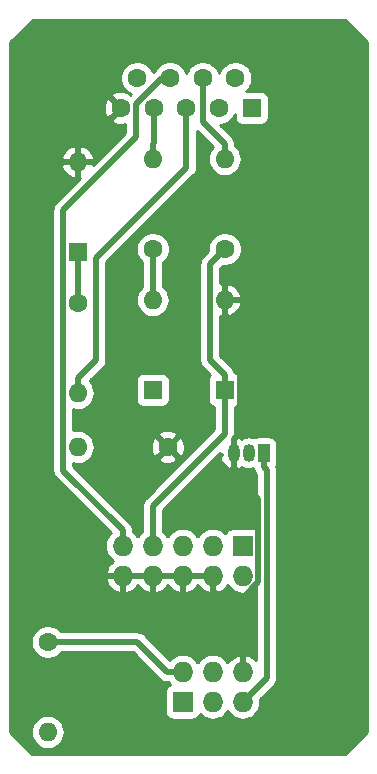
<source format=gbr>
G04 #@! TF.GenerationSoftware,KiCad,Pcbnew,5.1.2-1.fc30*
G04 #@! TF.CreationDate,2019-07-22T18:24:24+02:00*
G04 #@! TF.ProjectId,dasa-3,64617361-2d33-42e6-9b69-6361645f7063,0.5*
G04 #@! TF.SameCoordinates,Original*
G04 #@! TF.FileFunction,Copper,L1,Top*
G04 #@! TF.FilePolarity,Positive*
%FSLAX46Y46*%
G04 Gerber Fmt 4.6, Leading zero omitted, Abs format (unit mm)*
G04 Created by KiCad (PCBNEW 5.1.2-1.fc30) date 2019-07-22 18:24:24*
%MOMM*%
%LPD*%
G04 APERTURE LIST*
%ADD10C,1.600000*%
%ADD11R,1.600000X1.600000*%
%ADD12O,1.600000X1.600000*%
%ADD13R,1.727200X1.727200*%
%ADD14O,1.727200X1.727200*%
%ADD15O,1.050000X1.500000*%
%ADD16R,1.050000X1.500000*%
%ADD17C,0.500000*%
%ADD18C,0.254000*%
G04 APERTURE END LIST*
D10*
X127973000Y-53594000D03*
X130743000Y-53594000D03*
X133513000Y-53594000D03*
X136283000Y-53594000D03*
X126588000Y-56134000D03*
X129358000Y-56134000D03*
X132128000Y-56134000D03*
X134898000Y-56134000D03*
D11*
X137668000Y-56134000D03*
D12*
X122936000Y-60706000D03*
D11*
X122936000Y-68326000D03*
X135382000Y-80010000D03*
D12*
X135382000Y-72390000D03*
D11*
X129286000Y-80010000D03*
D12*
X129286000Y-72390000D03*
D13*
X136906000Y-93218000D03*
D14*
X136906000Y-95758000D03*
X134366000Y-93218000D03*
X134366000Y-95758000D03*
X131826000Y-93218000D03*
X131826000Y-95758000D03*
X129286000Y-93218000D03*
X129286000Y-95758000D03*
X126746000Y-93218000D03*
X126746000Y-95758000D03*
D13*
X131826000Y-106426000D03*
D14*
X131826000Y-103886000D03*
X134366000Y-106426000D03*
X134366000Y-103886000D03*
X136906000Y-106426000D03*
X136906000Y-103886000D03*
D15*
X137414000Y-85344000D03*
X136144000Y-85344000D03*
D16*
X138684000Y-85344000D03*
D10*
X122936000Y-72644000D03*
D12*
X122936000Y-80264000D03*
X135382000Y-60452000D03*
D10*
X135382000Y-68072000D03*
D12*
X129286000Y-60452000D03*
D10*
X129286000Y-68072000D03*
X130556000Y-84836000D03*
D12*
X122936000Y-84836000D03*
D10*
X120396000Y-101346000D03*
D12*
X120396000Y-108966000D03*
D17*
X135382000Y-72390000D02*
X135382000Y-73640300D01*
X136144000Y-85344000D02*
X136144000Y-84143700D01*
X136144000Y-84143700D02*
X136696800Y-83590900D01*
X136696800Y-83590900D02*
X136696800Y-74955100D01*
X136696800Y-74955100D02*
X135382000Y-73640300D01*
X135913800Y-98619700D02*
X138219900Y-96313600D01*
X138219900Y-96313600D02*
X138219900Y-89239600D01*
X138219900Y-89239600D02*
X136144000Y-87163700D01*
X136144000Y-87163700D02*
X136144000Y-85344000D01*
X135913800Y-98619700D02*
X134366000Y-97071900D01*
X136906000Y-102747200D02*
X136906000Y-99611900D01*
X136906000Y-99611900D02*
X135913800Y-98619700D01*
X134366000Y-95758000D02*
X134366000Y-97071900D01*
X136906000Y-103886000D02*
X136906000Y-102747200D01*
X122936000Y-72644000D02*
X122936000Y-68326000D01*
X135382000Y-80010000D02*
X135382000Y-78759700D01*
X135382000Y-78759700D02*
X134131700Y-77509400D01*
X134131700Y-77509400D02*
X134131700Y-69322300D01*
X134131700Y-69322300D02*
X135382000Y-68072000D01*
X129286000Y-93218000D02*
X129286000Y-89806100D01*
X129286000Y-89806100D02*
X135382000Y-83710100D01*
X135382000Y-83710100D02*
X135382000Y-80010000D01*
X129286000Y-68072000D02*
X129286000Y-72390000D01*
X122936000Y-79013700D02*
X124476500Y-77473200D01*
X124476500Y-77473200D02*
X124476500Y-68850500D01*
X124476500Y-68850500D02*
X132128000Y-61199000D01*
X132128000Y-61199000D02*
X132128000Y-56134000D01*
X122936000Y-80264000D02*
X122936000Y-79013700D01*
X129286000Y-60452000D02*
X129286000Y-59201700D01*
X129286000Y-59201700D02*
X129358000Y-59129700D01*
X129358000Y-59129700D02*
X129358000Y-56134000D01*
X135382000Y-60452000D02*
X135382000Y-59201700D01*
X135382000Y-59201700D02*
X133513000Y-57332700D01*
X133513000Y-57332700D02*
X133513000Y-53594000D01*
X126746000Y-93218000D02*
X126746000Y-91904100D01*
X126746000Y-91904100D02*
X121685600Y-86843700D01*
X121685600Y-86843700D02*
X121685600Y-64768200D01*
X121685600Y-64768200D02*
X127838400Y-58615400D01*
X127838400Y-58615400D02*
X127838400Y-55845300D01*
X127838400Y-55845300D02*
X130089700Y-53594000D01*
X130089700Y-53594000D02*
X130743000Y-53594000D01*
X131826000Y-103886000D02*
X130512100Y-103886000D01*
X120396000Y-101346000D02*
X127972100Y-101346000D01*
X127972100Y-101346000D02*
X130512100Y-103886000D01*
X138684000Y-85344000D02*
X138684000Y-86544300D01*
X136906000Y-106426000D02*
X138928500Y-104403500D01*
X138928500Y-104403500D02*
X138928500Y-86788800D01*
X138928500Y-86788800D02*
X138684000Y-86544300D01*
D18*
G36*
X147422000Y-50525606D02*
G01*
X147422001Y-108986393D01*
X145562394Y-110846000D01*
X119105606Y-110846000D01*
X117246000Y-108986394D01*
X117246000Y-108966000D01*
X118954057Y-108966000D01*
X118981764Y-109247309D01*
X119063818Y-109517808D01*
X119197068Y-109767101D01*
X119376392Y-109985608D01*
X119594899Y-110164932D01*
X119844192Y-110298182D01*
X120114691Y-110380236D01*
X120325508Y-110401000D01*
X120466492Y-110401000D01*
X120677309Y-110380236D01*
X120947808Y-110298182D01*
X121197101Y-110164932D01*
X121415608Y-109985608D01*
X121594932Y-109767101D01*
X121728182Y-109517808D01*
X121810236Y-109247309D01*
X121837943Y-108966000D01*
X121810236Y-108684691D01*
X121728182Y-108414192D01*
X121594932Y-108164899D01*
X121415608Y-107946392D01*
X121197101Y-107767068D01*
X120947808Y-107633818D01*
X120677309Y-107551764D01*
X120466492Y-107531000D01*
X120325508Y-107531000D01*
X120114691Y-107551764D01*
X119844192Y-107633818D01*
X119594899Y-107767068D01*
X119376392Y-107946392D01*
X119197068Y-108164899D01*
X119063818Y-108414192D01*
X118981764Y-108684691D01*
X118954057Y-108966000D01*
X117246000Y-108966000D01*
X117246000Y-101204665D01*
X118961000Y-101204665D01*
X118961000Y-101487335D01*
X119016147Y-101764574D01*
X119124320Y-102025727D01*
X119281363Y-102260759D01*
X119481241Y-102460637D01*
X119716273Y-102617680D01*
X119977426Y-102725853D01*
X120254665Y-102781000D01*
X120537335Y-102781000D01*
X120814574Y-102725853D01*
X121075727Y-102617680D01*
X121310759Y-102460637D01*
X121510637Y-102260759D01*
X121530521Y-102231000D01*
X127605522Y-102231000D01*
X129855570Y-104481049D01*
X129883283Y-104514817D01*
X129917051Y-104542530D01*
X129917053Y-104542532D01*
X129988552Y-104601210D01*
X130018041Y-104625411D01*
X130171787Y-104707589D01*
X130338610Y-104758195D01*
X130468623Y-104771000D01*
X130468633Y-104771000D01*
X130512099Y-104775281D01*
X130555565Y-104771000D01*
X130613647Y-104771000D01*
X130761203Y-104950797D01*
X130769265Y-104957414D01*
X130718220Y-104972898D01*
X130607906Y-105031863D01*
X130511215Y-105111215D01*
X130431863Y-105207906D01*
X130372898Y-105318220D01*
X130336588Y-105437918D01*
X130324328Y-105562400D01*
X130324328Y-107289600D01*
X130336588Y-107414082D01*
X130372898Y-107533780D01*
X130431863Y-107644094D01*
X130511215Y-107740785D01*
X130607906Y-107820137D01*
X130718220Y-107879102D01*
X130837918Y-107915412D01*
X130962400Y-107927672D01*
X132689600Y-107927672D01*
X132814082Y-107915412D01*
X132933780Y-107879102D01*
X133044094Y-107820137D01*
X133140785Y-107740785D01*
X133220137Y-107644094D01*
X133279102Y-107533780D01*
X133294586Y-107482735D01*
X133301203Y-107490797D01*
X133529394Y-107678069D01*
X133789736Y-107817225D01*
X134072223Y-107902916D01*
X134292381Y-107924600D01*
X134439619Y-107924600D01*
X134659777Y-107902916D01*
X134942264Y-107817225D01*
X135202606Y-107678069D01*
X135430797Y-107490797D01*
X135618069Y-107262606D01*
X135636000Y-107229060D01*
X135653931Y-107262606D01*
X135841203Y-107490797D01*
X136069394Y-107678069D01*
X136329736Y-107817225D01*
X136612223Y-107902916D01*
X136832381Y-107924600D01*
X136979619Y-107924600D01*
X137199777Y-107902916D01*
X137482264Y-107817225D01*
X137742606Y-107678069D01*
X137970797Y-107490797D01*
X138158069Y-107262606D01*
X138297225Y-107002264D01*
X138382916Y-106719777D01*
X138411851Y-106426000D01*
X138389052Y-106194526D01*
X139523550Y-105060029D01*
X139557317Y-105032317D01*
X139606082Y-104972898D01*
X139667911Y-104897559D01*
X139735557Y-104771000D01*
X139750089Y-104743813D01*
X139800695Y-104576990D01*
X139813500Y-104446977D01*
X139813500Y-104446969D01*
X139817781Y-104403500D01*
X139813500Y-104360031D01*
X139813500Y-86832265D01*
X139817781Y-86788799D01*
X139813500Y-86745333D01*
X139813500Y-86745323D01*
X139800695Y-86615310D01*
X139750089Y-86448487D01*
X139744815Y-86438620D01*
X139798502Y-86338180D01*
X139834812Y-86218482D01*
X139847072Y-86094000D01*
X139847072Y-84594000D01*
X139834812Y-84469518D01*
X139798502Y-84349820D01*
X139739537Y-84239506D01*
X139660185Y-84142815D01*
X139563494Y-84063463D01*
X139453180Y-84004498D01*
X139333482Y-83968188D01*
X139209000Y-83955928D01*
X138159000Y-83955928D01*
X138034518Y-83968188D01*
X137914820Y-84004498D01*
X137850098Y-84039093D01*
X137641400Y-83975785D01*
X137414000Y-83953388D01*
X137186601Y-83975785D01*
X136967941Y-84042115D01*
X136779331Y-84142929D01*
X136720882Y-84101725D01*
X136511337Y-84008728D01*
X136449810Y-84000036D01*
X136271002Y-84125836D01*
X136271002Y-83959000D01*
X136231319Y-83959000D01*
X136254195Y-83883590D01*
X136267000Y-83753577D01*
X136267000Y-83753569D01*
X136271281Y-83710100D01*
X136267000Y-83666631D01*
X136267000Y-81439701D01*
X136306482Y-81435812D01*
X136426180Y-81399502D01*
X136536494Y-81340537D01*
X136633185Y-81261185D01*
X136712537Y-81164494D01*
X136771502Y-81054180D01*
X136807812Y-80934482D01*
X136820072Y-80810000D01*
X136820072Y-79210000D01*
X136807812Y-79085518D01*
X136771502Y-78965820D01*
X136712537Y-78855506D01*
X136633185Y-78758815D01*
X136536494Y-78679463D01*
X136426180Y-78620498D01*
X136306482Y-78584188D01*
X136251952Y-78578817D01*
X136203589Y-78419387D01*
X136121411Y-78265641D01*
X136010817Y-78130883D01*
X135977049Y-78103170D01*
X135016700Y-77142822D01*
X135016700Y-73776972D01*
X135032961Y-73781904D01*
X135255000Y-73659915D01*
X135255000Y-72517000D01*
X135509000Y-72517000D01*
X135509000Y-73659915D01*
X135731039Y-73781904D01*
X135865087Y-73741246D01*
X136119420Y-73621037D01*
X136345414Y-73453519D01*
X136534385Y-73245131D01*
X136679070Y-73003881D01*
X136773909Y-72739040D01*
X136652624Y-72517000D01*
X135509000Y-72517000D01*
X135255000Y-72517000D01*
X135235000Y-72517000D01*
X135235000Y-72263000D01*
X135255000Y-72263000D01*
X135255000Y-71120085D01*
X135509000Y-71120085D01*
X135509000Y-72263000D01*
X136652624Y-72263000D01*
X136773909Y-72040960D01*
X136679070Y-71776119D01*
X136534385Y-71534869D01*
X136345414Y-71326481D01*
X136119420Y-71158963D01*
X135865087Y-71038754D01*
X135731039Y-70998096D01*
X135509000Y-71120085D01*
X135255000Y-71120085D01*
X135032961Y-70998096D01*
X135016700Y-71003028D01*
X135016700Y-69688878D01*
X135205561Y-69500017D01*
X135240665Y-69507000D01*
X135523335Y-69507000D01*
X135800574Y-69451853D01*
X136061727Y-69343680D01*
X136296759Y-69186637D01*
X136496637Y-68986759D01*
X136653680Y-68751727D01*
X136761853Y-68490574D01*
X136817000Y-68213335D01*
X136817000Y-67930665D01*
X136761853Y-67653426D01*
X136653680Y-67392273D01*
X136496637Y-67157241D01*
X136296759Y-66957363D01*
X136061727Y-66800320D01*
X135800574Y-66692147D01*
X135523335Y-66637000D01*
X135240665Y-66637000D01*
X134963426Y-66692147D01*
X134702273Y-66800320D01*
X134467241Y-66957363D01*
X134267363Y-67157241D01*
X134110320Y-67392273D01*
X134002147Y-67653426D01*
X133947000Y-67930665D01*
X133947000Y-68213335D01*
X133953983Y-68248439D01*
X133536651Y-68665771D01*
X133502884Y-68693483D01*
X133475171Y-68727251D01*
X133475168Y-68727254D01*
X133392290Y-68828241D01*
X133310112Y-68981987D01*
X133259505Y-69148810D01*
X133242419Y-69322300D01*
X133246701Y-69365779D01*
X133246700Y-77465931D01*
X133242419Y-77509400D01*
X133246700Y-77552869D01*
X133246700Y-77552876D01*
X133259505Y-77682889D01*
X133310111Y-77849712D01*
X133392289Y-78003458D01*
X133502883Y-78138217D01*
X133536656Y-78165934D01*
X134130239Y-78759517D01*
X134051463Y-78855506D01*
X133992498Y-78965820D01*
X133956188Y-79085518D01*
X133943928Y-79210000D01*
X133943928Y-80810000D01*
X133956188Y-80934482D01*
X133992498Y-81054180D01*
X134051463Y-81164494D01*
X134130815Y-81261185D01*
X134227506Y-81340537D01*
X134337820Y-81399502D01*
X134457518Y-81435812D01*
X134497001Y-81439701D01*
X134497000Y-83343521D01*
X128690952Y-89149570D01*
X128657184Y-89177283D01*
X128629471Y-89211051D01*
X128629468Y-89211054D01*
X128546590Y-89312041D01*
X128464412Y-89465787D01*
X128413805Y-89632610D01*
X128396719Y-89806100D01*
X128401001Y-89849579D01*
X128401000Y-92005647D01*
X128221203Y-92153203D01*
X128033931Y-92381394D01*
X128016000Y-92414940D01*
X127998069Y-92381394D01*
X127810797Y-92153203D01*
X127631000Y-92005647D01*
X127631000Y-91947565D01*
X127635281Y-91904099D01*
X127631000Y-91860633D01*
X127631000Y-91860623D01*
X127618195Y-91730610D01*
X127567589Y-91563787D01*
X127485411Y-91410041D01*
X127374817Y-91275283D01*
X127341049Y-91247570D01*
X122570600Y-86477122D01*
X122570600Y-86224728D01*
X122654691Y-86250236D01*
X122865508Y-86271000D01*
X123006492Y-86271000D01*
X123217309Y-86250236D01*
X123487808Y-86168182D01*
X123737101Y-86034932D01*
X123955608Y-85855608D01*
X123977689Y-85828702D01*
X129742903Y-85828702D01*
X129814486Y-86072671D01*
X130069996Y-86193571D01*
X130344184Y-86262300D01*
X130626512Y-86276217D01*
X130906130Y-86234787D01*
X131172292Y-86139603D01*
X131297514Y-86072671D01*
X131369097Y-85828702D01*
X130556000Y-85015605D01*
X129742903Y-85828702D01*
X123977689Y-85828702D01*
X124134932Y-85637101D01*
X124268182Y-85387808D01*
X124350236Y-85117309D01*
X124370998Y-84906512D01*
X129115783Y-84906512D01*
X129157213Y-85186130D01*
X129252397Y-85452292D01*
X129319329Y-85577514D01*
X129563298Y-85649097D01*
X130376395Y-84836000D01*
X130735605Y-84836000D01*
X131548702Y-85649097D01*
X131792671Y-85577514D01*
X131913571Y-85322004D01*
X131982300Y-85047816D01*
X131996217Y-84765488D01*
X131954787Y-84485870D01*
X131859603Y-84219708D01*
X131792671Y-84094486D01*
X131548702Y-84022903D01*
X130735605Y-84836000D01*
X130376395Y-84836000D01*
X129563298Y-84022903D01*
X129319329Y-84094486D01*
X129198429Y-84349996D01*
X129129700Y-84624184D01*
X129115783Y-84906512D01*
X124370998Y-84906512D01*
X124377943Y-84836000D01*
X124350236Y-84554691D01*
X124268182Y-84284192D01*
X124134932Y-84034899D01*
X123977690Y-83843298D01*
X129742903Y-83843298D01*
X130556000Y-84656395D01*
X131369097Y-83843298D01*
X131297514Y-83599329D01*
X131042004Y-83478429D01*
X130767816Y-83409700D01*
X130485488Y-83395783D01*
X130205870Y-83437213D01*
X129939708Y-83532397D01*
X129814486Y-83599329D01*
X129742903Y-83843298D01*
X123977690Y-83843298D01*
X123955608Y-83816392D01*
X123737101Y-83637068D01*
X123487808Y-83503818D01*
X123217309Y-83421764D01*
X123006492Y-83401000D01*
X122865508Y-83401000D01*
X122654691Y-83421764D01*
X122570600Y-83447272D01*
X122570600Y-81652728D01*
X122654691Y-81678236D01*
X122865508Y-81699000D01*
X123006492Y-81699000D01*
X123217309Y-81678236D01*
X123487808Y-81596182D01*
X123737101Y-81462932D01*
X123955608Y-81283608D01*
X124134932Y-81065101D01*
X124268182Y-80815808D01*
X124350236Y-80545309D01*
X124377943Y-80264000D01*
X124350236Y-79982691D01*
X124268182Y-79712192D01*
X124134932Y-79462899D01*
X123956184Y-79245094D01*
X123991278Y-79210000D01*
X127847928Y-79210000D01*
X127847928Y-80810000D01*
X127860188Y-80934482D01*
X127896498Y-81054180D01*
X127955463Y-81164494D01*
X128034815Y-81261185D01*
X128131506Y-81340537D01*
X128241820Y-81399502D01*
X128361518Y-81435812D01*
X128486000Y-81448072D01*
X130086000Y-81448072D01*
X130210482Y-81435812D01*
X130330180Y-81399502D01*
X130440494Y-81340537D01*
X130537185Y-81261185D01*
X130616537Y-81164494D01*
X130675502Y-81054180D01*
X130711812Y-80934482D01*
X130724072Y-80810000D01*
X130724072Y-79210000D01*
X130711812Y-79085518D01*
X130675502Y-78965820D01*
X130616537Y-78855506D01*
X130537185Y-78758815D01*
X130440494Y-78679463D01*
X130330180Y-78620498D01*
X130210482Y-78584188D01*
X130086000Y-78571928D01*
X128486000Y-78571928D01*
X128361518Y-78584188D01*
X128241820Y-78620498D01*
X128131506Y-78679463D01*
X128034815Y-78758815D01*
X127955463Y-78855506D01*
X127896498Y-78965820D01*
X127860188Y-79085518D01*
X127847928Y-79210000D01*
X123991278Y-79210000D01*
X125071550Y-78129729D01*
X125105317Y-78102017D01*
X125215911Y-77967259D01*
X125298089Y-77813513D01*
X125348695Y-77646690D01*
X125361500Y-77516677D01*
X125361500Y-77516669D01*
X125365781Y-77473200D01*
X125361500Y-77429731D01*
X125361500Y-72390000D01*
X127844057Y-72390000D01*
X127871764Y-72671309D01*
X127953818Y-72941808D01*
X128087068Y-73191101D01*
X128266392Y-73409608D01*
X128484899Y-73588932D01*
X128734192Y-73722182D01*
X129004691Y-73804236D01*
X129215508Y-73825000D01*
X129356492Y-73825000D01*
X129567309Y-73804236D01*
X129837808Y-73722182D01*
X130087101Y-73588932D01*
X130305608Y-73409608D01*
X130484932Y-73191101D01*
X130618182Y-72941808D01*
X130700236Y-72671309D01*
X130727943Y-72390000D01*
X130700236Y-72108691D01*
X130618182Y-71838192D01*
X130484932Y-71588899D01*
X130305608Y-71370392D01*
X130171000Y-71259922D01*
X130171000Y-69206521D01*
X130200759Y-69186637D01*
X130400637Y-68986759D01*
X130557680Y-68751727D01*
X130665853Y-68490574D01*
X130721000Y-68213335D01*
X130721000Y-67930665D01*
X130665853Y-67653426D01*
X130557680Y-67392273D01*
X130400637Y-67157241D01*
X130200759Y-66957363D01*
X129965727Y-66800320D01*
X129704574Y-66692147D01*
X129427335Y-66637000D01*
X129144665Y-66637000D01*
X128867426Y-66692147D01*
X128606273Y-66800320D01*
X128371241Y-66957363D01*
X128171363Y-67157241D01*
X128014320Y-67392273D01*
X127906147Y-67653426D01*
X127851000Y-67930665D01*
X127851000Y-68213335D01*
X127906147Y-68490574D01*
X128014320Y-68751727D01*
X128171363Y-68986759D01*
X128371241Y-69186637D01*
X128401000Y-69206521D01*
X128401001Y-71259922D01*
X128266392Y-71370392D01*
X128087068Y-71588899D01*
X127953818Y-71838192D01*
X127871764Y-72108691D01*
X127844057Y-72390000D01*
X125361500Y-72390000D01*
X125361500Y-69217078D01*
X132723051Y-61855528D01*
X132756817Y-61827817D01*
X132804662Y-61769519D01*
X132867410Y-61693060D01*
X132867411Y-61693059D01*
X132949589Y-61539313D01*
X133000195Y-61372490D01*
X133013000Y-61242477D01*
X133013000Y-61242467D01*
X133017281Y-61199001D01*
X133013000Y-61155534D01*
X133013000Y-58084278D01*
X134361816Y-59433094D01*
X134183068Y-59650899D01*
X134049818Y-59900192D01*
X133967764Y-60170691D01*
X133940057Y-60452000D01*
X133967764Y-60733309D01*
X134049818Y-61003808D01*
X134183068Y-61253101D01*
X134362392Y-61471608D01*
X134580899Y-61650932D01*
X134830192Y-61784182D01*
X135100691Y-61866236D01*
X135311508Y-61887000D01*
X135452492Y-61887000D01*
X135663309Y-61866236D01*
X135933808Y-61784182D01*
X136183101Y-61650932D01*
X136401608Y-61471608D01*
X136580932Y-61253101D01*
X136714182Y-61003808D01*
X136796236Y-60733309D01*
X136823943Y-60452000D01*
X136796236Y-60170691D01*
X136714182Y-59900192D01*
X136580932Y-59650899D01*
X136401608Y-59432392D01*
X136267000Y-59321922D01*
X136267000Y-59245165D01*
X136271281Y-59201699D01*
X136267000Y-59158233D01*
X136267000Y-59158223D01*
X136254195Y-59028210D01*
X136203589Y-58861387D01*
X136121411Y-58707641D01*
X136081390Y-58658876D01*
X136038532Y-58606653D01*
X136038530Y-58606651D01*
X136010817Y-58572883D01*
X135977049Y-58545170D01*
X135000878Y-57569000D01*
X135039335Y-57569000D01*
X135316574Y-57513853D01*
X135577727Y-57405680D01*
X135812759Y-57248637D01*
X136012637Y-57048759D01*
X136169680Y-56813727D01*
X136229928Y-56668275D01*
X136229928Y-56934000D01*
X136242188Y-57058482D01*
X136278498Y-57178180D01*
X136337463Y-57288494D01*
X136416815Y-57385185D01*
X136513506Y-57464537D01*
X136623820Y-57523502D01*
X136743518Y-57559812D01*
X136868000Y-57572072D01*
X138468000Y-57572072D01*
X138592482Y-57559812D01*
X138712180Y-57523502D01*
X138822494Y-57464537D01*
X138919185Y-57385185D01*
X138998537Y-57288494D01*
X139057502Y-57178180D01*
X139093812Y-57058482D01*
X139106072Y-56934000D01*
X139106072Y-55334000D01*
X139093812Y-55209518D01*
X139057502Y-55089820D01*
X138998537Y-54979506D01*
X138919185Y-54882815D01*
X138822494Y-54803463D01*
X138712180Y-54744498D01*
X138592482Y-54708188D01*
X138468000Y-54695928D01*
X137210468Y-54695928D01*
X137397637Y-54508759D01*
X137554680Y-54273727D01*
X137662853Y-54012574D01*
X137718000Y-53735335D01*
X137718000Y-53452665D01*
X137662853Y-53175426D01*
X137554680Y-52914273D01*
X137397637Y-52679241D01*
X137197759Y-52479363D01*
X136962727Y-52322320D01*
X136701574Y-52214147D01*
X136424335Y-52159000D01*
X136141665Y-52159000D01*
X135864426Y-52214147D01*
X135603273Y-52322320D01*
X135368241Y-52479363D01*
X135168363Y-52679241D01*
X135011320Y-52914273D01*
X134903147Y-53175426D01*
X134898000Y-53201301D01*
X134892853Y-53175426D01*
X134784680Y-52914273D01*
X134627637Y-52679241D01*
X134427759Y-52479363D01*
X134192727Y-52322320D01*
X133931574Y-52214147D01*
X133654335Y-52159000D01*
X133371665Y-52159000D01*
X133094426Y-52214147D01*
X132833273Y-52322320D01*
X132598241Y-52479363D01*
X132398363Y-52679241D01*
X132241320Y-52914273D01*
X132133147Y-53175426D01*
X132128000Y-53201301D01*
X132122853Y-53175426D01*
X132014680Y-52914273D01*
X131857637Y-52679241D01*
X131657759Y-52479363D01*
X131422727Y-52322320D01*
X131161574Y-52214147D01*
X130884335Y-52159000D01*
X130601665Y-52159000D01*
X130324426Y-52214147D01*
X130063273Y-52322320D01*
X129828241Y-52479363D01*
X129628363Y-52679241D01*
X129471320Y-52914273D01*
X129439379Y-52991385D01*
X129433170Y-52998951D01*
X129324689Y-53107432D01*
X129244680Y-52914273D01*
X129087637Y-52679241D01*
X128887759Y-52479363D01*
X128652727Y-52322320D01*
X128391574Y-52214147D01*
X128114335Y-52159000D01*
X127831665Y-52159000D01*
X127554426Y-52214147D01*
X127293273Y-52322320D01*
X127058241Y-52479363D01*
X126858363Y-52679241D01*
X126701320Y-52914273D01*
X126593147Y-53175426D01*
X126538000Y-53452665D01*
X126538000Y-53735335D01*
X126593147Y-54012574D01*
X126701320Y-54273727D01*
X126858363Y-54508759D01*
X127058241Y-54708637D01*
X127293273Y-54865680D01*
X127486433Y-54945689D01*
X127376082Y-55056040D01*
X127329514Y-54897329D01*
X127074004Y-54776429D01*
X126799816Y-54707700D01*
X126517488Y-54693783D01*
X126237870Y-54735213D01*
X125971708Y-54830397D01*
X125846486Y-54897329D01*
X125774903Y-55141298D01*
X126588000Y-55954395D01*
X126602143Y-55940253D01*
X126781748Y-56119858D01*
X126767605Y-56134000D01*
X126781748Y-56148143D01*
X126602143Y-56327748D01*
X126588000Y-56313605D01*
X125774903Y-57126702D01*
X125846486Y-57370671D01*
X126101996Y-57491571D01*
X126376184Y-57560300D01*
X126658512Y-57574217D01*
X126938130Y-57532787D01*
X126953400Y-57527326D01*
X126953400Y-58248821D01*
X124264064Y-60938157D01*
X124206624Y-60833000D01*
X123063000Y-60833000D01*
X123063000Y-61975915D01*
X123168400Y-62033822D01*
X121090552Y-64111670D01*
X121056784Y-64139383D01*
X121029071Y-64173151D01*
X121029068Y-64173154D01*
X120946190Y-64274141D01*
X120864012Y-64427887D01*
X120813405Y-64594710D01*
X120796319Y-64768200D01*
X120800601Y-64811679D01*
X120800600Y-86800231D01*
X120796319Y-86843700D01*
X120800600Y-86887169D01*
X120800600Y-86887176D01*
X120813405Y-87017189D01*
X120864011Y-87184012D01*
X120946189Y-87337758D01*
X121056783Y-87472517D01*
X121090556Y-87500234D01*
X125715433Y-92125111D01*
X125681203Y-92153203D01*
X125493931Y-92381394D01*
X125354775Y-92641736D01*
X125269084Y-92924223D01*
X125240149Y-93218000D01*
X125269084Y-93511777D01*
X125354775Y-93794264D01*
X125493931Y-94054606D01*
X125681203Y-94282797D01*
X125909394Y-94470069D01*
X125949433Y-94491470D01*
X125735707Y-94651146D01*
X125539183Y-94869512D01*
X125389036Y-95122022D01*
X125291037Y-95398973D01*
X125411536Y-95631000D01*
X126619000Y-95631000D01*
X126619000Y-95611000D01*
X126873000Y-95611000D01*
X126873000Y-95631000D01*
X129159000Y-95631000D01*
X129159000Y-95611000D01*
X129413000Y-95611000D01*
X129413000Y-95631000D01*
X131699000Y-95631000D01*
X131699000Y-95611000D01*
X131953000Y-95611000D01*
X131953000Y-95631000D01*
X134239000Y-95631000D01*
X134239000Y-95611000D01*
X134493000Y-95611000D01*
X134493000Y-95631000D01*
X134513000Y-95631000D01*
X134513000Y-95885000D01*
X134493000Y-95885000D01*
X134493000Y-97091817D01*
X134725026Y-97212958D01*
X134875814Y-97167222D01*
X135140944Y-97040684D01*
X135376293Y-96864854D01*
X135572817Y-96646488D01*
X135630137Y-96550090D01*
X135653931Y-96594606D01*
X135841203Y-96822797D01*
X136069394Y-97010069D01*
X136329736Y-97149225D01*
X136612223Y-97234916D01*
X136832381Y-97256600D01*
X136979619Y-97256600D01*
X137199777Y-97234916D01*
X137482264Y-97149225D01*
X137742606Y-97010069D01*
X137970797Y-96822797D01*
X138043500Y-96734208D01*
X138043500Y-102920491D01*
X137916293Y-102779146D01*
X137680944Y-102603316D01*
X137415814Y-102476778D01*
X137265026Y-102431042D01*
X137033000Y-102552183D01*
X137033000Y-103759000D01*
X137053000Y-103759000D01*
X137053000Y-104013000D01*
X137033000Y-104013000D01*
X137033000Y-104033000D01*
X136779000Y-104033000D01*
X136779000Y-104013000D01*
X136759000Y-104013000D01*
X136759000Y-103759000D01*
X136779000Y-103759000D01*
X136779000Y-102552183D01*
X136546974Y-102431042D01*
X136396186Y-102476778D01*
X136131056Y-102603316D01*
X135895707Y-102779146D01*
X135699183Y-102997512D01*
X135641863Y-103093910D01*
X135618069Y-103049394D01*
X135430797Y-102821203D01*
X135202606Y-102633931D01*
X134942264Y-102494775D01*
X134659777Y-102409084D01*
X134439619Y-102387400D01*
X134292381Y-102387400D01*
X134072223Y-102409084D01*
X133789736Y-102494775D01*
X133529394Y-102633931D01*
X133301203Y-102821203D01*
X133113931Y-103049394D01*
X133096000Y-103082940D01*
X133078069Y-103049394D01*
X132890797Y-102821203D01*
X132662606Y-102633931D01*
X132402264Y-102494775D01*
X132119777Y-102409084D01*
X131899619Y-102387400D01*
X131752381Y-102387400D01*
X131532223Y-102409084D01*
X131249736Y-102494775D01*
X130989394Y-102633931D01*
X130761203Y-102821203D01*
X130733111Y-102855433D01*
X128628634Y-100750956D01*
X128600917Y-100717183D01*
X128466159Y-100606589D01*
X128312413Y-100524411D01*
X128145590Y-100473805D01*
X128015577Y-100461000D01*
X128015569Y-100461000D01*
X127972100Y-100456719D01*
X127928631Y-100461000D01*
X121530521Y-100461000D01*
X121510637Y-100431241D01*
X121310759Y-100231363D01*
X121075727Y-100074320D01*
X120814574Y-99966147D01*
X120537335Y-99911000D01*
X120254665Y-99911000D01*
X119977426Y-99966147D01*
X119716273Y-100074320D01*
X119481241Y-100231363D01*
X119281363Y-100431241D01*
X119124320Y-100666273D01*
X119016147Y-100927426D01*
X118961000Y-101204665D01*
X117246000Y-101204665D01*
X117246000Y-96117027D01*
X125291037Y-96117027D01*
X125389036Y-96393978D01*
X125539183Y-96646488D01*
X125735707Y-96864854D01*
X125971056Y-97040684D01*
X126236186Y-97167222D01*
X126386974Y-97212958D01*
X126619000Y-97091817D01*
X126619000Y-95885000D01*
X126873000Y-95885000D01*
X126873000Y-97091817D01*
X127105026Y-97212958D01*
X127255814Y-97167222D01*
X127520944Y-97040684D01*
X127756293Y-96864854D01*
X127952817Y-96646488D01*
X128016000Y-96540230D01*
X128079183Y-96646488D01*
X128275707Y-96864854D01*
X128511056Y-97040684D01*
X128776186Y-97167222D01*
X128926974Y-97212958D01*
X129159000Y-97091817D01*
X129159000Y-95885000D01*
X129413000Y-95885000D01*
X129413000Y-97091817D01*
X129645026Y-97212958D01*
X129795814Y-97167222D01*
X130060944Y-97040684D01*
X130296293Y-96864854D01*
X130492817Y-96646488D01*
X130556000Y-96540230D01*
X130619183Y-96646488D01*
X130815707Y-96864854D01*
X131051056Y-97040684D01*
X131316186Y-97167222D01*
X131466974Y-97212958D01*
X131699000Y-97091817D01*
X131699000Y-95885000D01*
X131953000Y-95885000D01*
X131953000Y-97091817D01*
X132185026Y-97212958D01*
X132335814Y-97167222D01*
X132600944Y-97040684D01*
X132836293Y-96864854D01*
X133032817Y-96646488D01*
X133096000Y-96540230D01*
X133159183Y-96646488D01*
X133355707Y-96864854D01*
X133591056Y-97040684D01*
X133856186Y-97167222D01*
X134006974Y-97212958D01*
X134239000Y-97091817D01*
X134239000Y-95885000D01*
X131953000Y-95885000D01*
X131699000Y-95885000D01*
X129413000Y-95885000D01*
X129159000Y-95885000D01*
X126873000Y-95885000D01*
X126619000Y-95885000D01*
X125411536Y-95885000D01*
X125291037Y-96117027D01*
X117246000Y-96117027D01*
X117246000Y-61055040D01*
X121544091Y-61055040D01*
X121638930Y-61319881D01*
X121783615Y-61561131D01*
X121972586Y-61769519D01*
X122198580Y-61937037D01*
X122452913Y-62057246D01*
X122586961Y-62097904D01*
X122809000Y-61975915D01*
X122809000Y-60833000D01*
X121665376Y-60833000D01*
X121544091Y-61055040D01*
X117246000Y-61055040D01*
X117246000Y-60356960D01*
X121544091Y-60356960D01*
X121665376Y-60579000D01*
X122809000Y-60579000D01*
X122809000Y-59436085D01*
X123063000Y-59436085D01*
X123063000Y-60579000D01*
X124206624Y-60579000D01*
X124327909Y-60356960D01*
X124233070Y-60092119D01*
X124088385Y-59850869D01*
X123899414Y-59642481D01*
X123673420Y-59474963D01*
X123419087Y-59354754D01*
X123285039Y-59314096D01*
X123063000Y-59436085D01*
X122809000Y-59436085D01*
X122586961Y-59314096D01*
X122452913Y-59354754D01*
X122198580Y-59474963D01*
X121972586Y-59642481D01*
X121783615Y-59850869D01*
X121638930Y-60092119D01*
X121544091Y-60356960D01*
X117246000Y-60356960D01*
X117246000Y-56204512D01*
X125147783Y-56204512D01*
X125189213Y-56484130D01*
X125284397Y-56750292D01*
X125351329Y-56875514D01*
X125595298Y-56947097D01*
X126408395Y-56134000D01*
X125595298Y-55320903D01*
X125351329Y-55392486D01*
X125230429Y-55647996D01*
X125161700Y-55922184D01*
X125147783Y-56204512D01*
X117246000Y-56204512D01*
X117246000Y-50525606D01*
X119111606Y-48660000D01*
X145556394Y-48660000D01*
X147422000Y-50525606D01*
X147422000Y-50525606D01*
G37*
X147422000Y-50525606D02*
X147422001Y-108986393D01*
X145562394Y-110846000D01*
X119105606Y-110846000D01*
X117246000Y-108986394D01*
X117246000Y-108966000D01*
X118954057Y-108966000D01*
X118981764Y-109247309D01*
X119063818Y-109517808D01*
X119197068Y-109767101D01*
X119376392Y-109985608D01*
X119594899Y-110164932D01*
X119844192Y-110298182D01*
X120114691Y-110380236D01*
X120325508Y-110401000D01*
X120466492Y-110401000D01*
X120677309Y-110380236D01*
X120947808Y-110298182D01*
X121197101Y-110164932D01*
X121415608Y-109985608D01*
X121594932Y-109767101D01*
X121728182Y-109517808D01*
X121810236Y-109247309D01*
X121837943Y-108966000D01*
X121810236Y-108684691D01*
X121728182Y-108414192D01*
X121594932Y-108164899D01*
X121415608Y-107946392D01*
X121197101Y-107767068D01*
X120947808Y-107633818D01*
X120677309Y-107551764D01*
X120466492Y-107531000D01*
X120325508Y-107531000D01*
X120114691Y-107551764D01*
X119844192Y-107633818D01*
X119594899Y-107767068D01*
X119376392Y-107946392D01*
X119197068Y-108164899D01*
X119063818Y-108414192D01*
X118981764Y-108684691D01*
X118954057Y-108966000D01*
X117246000Y-108966000D01*
X117246000Y-101204665D01*
X118961000Y-101204665D01*
X118961000Y-101487335D01*
X119016147Y-101764574D01*
X119124320Y-102025727D01*
X119281363Y-102260759D01*
X119481241Y-102460637D01*
X119716273Y-102617680D01*
X119977426Y-102725853D01*
X120254665Y-102781000D01*
X120537335Y-102781000D01*
X120814574Y-102725853D01*
X121075727Y-102617680D01*
X121310759Y-102460637D01*
X121510637Y-102260759D01*
X121530521Y-102231000D01*
X127605522Y-102231000D01*
X129855570Y-104481049D01*
X129883283Y-104514817D01*
X129917051Y-104542530D01*
X129917053Y-104542532D01*
X129988552Y-104601210D01*
X130018041Y-104625411D01*
X130171787Y-104707589D01*
X130338610Y-104758195D01*
X130468623Y-104771000D01*
X130468633Y-104771000D01*
X130512099Y-104775281D01*
X130555565Y-104771000D01*
X130613647Y-104771000D01*
X130761203Y-104950797D01*
X130769265Y-104957414D01*
X130718220Y-104972898D01*
X130607906Y-105031863D01*
X130511215Y-105111215D01*
X130431863Y-105207906D01*
X130372898Y-105318220D01*
X130336588Y-105437918D01*
X130324328Y-105562400D01*
X130324328Y-107289600D01*
X130336588Y-107414082D01*
X130372898Y-107533780D01*
X130431863Y-107644094D01*
X130511215Y-107740785D01*
X130607906Y-107820137D01*
X130718220Y-107879102D01*
X130837918Y-107915412D01*
X130962400Y-107927672D01*
X132689600Y-107927672D01*
X132814082Y-107915412D01*
X132933780Y-107879102D01*
X133044094Y-107820137D01*
X133140785Y-107740785D01*
X133220137Y-107644094D01*
X133279102Y-107533780D01*
X133294586Y-107482735D01*
X133301203Y-107490797D01*
X133529394Y-107678069D01*
X133789736Y-107817225D01*
X134072223Y-107902916D01*
X134292381Y-107924600D01*
X134439619Y-107924600D01*
X134659777Y-107902916D01*
X134942264Y-107817225D01*
X135202606Y-107678069D01*
X135430797Y-107490797D01*
X135618069Y-107262606D01*
X135636000Y-107229060D01*
X135653931Y-107262606D01*
X135841203Y-107490797D01*
X136069394Y-107678069D01*
X136329736Y-107817225D01*
X136612223Y-107902916D01*
X136832381Y-107924600D01*
X136979619Y-107924600D01*
X137199777Y-107902916D01*
X137482264Y-107817225D01*
X137742606Y-107678069D01*
X137970797Y-107490797D01*
X138158069Y-107262606D01*
X138297225Y-107002264D01*
X138382916Y-106719777D01*
X138411851Y-106426000D01*
X138389052Y-106194526D01*
X139523550Y-105060029D01*
X139557317Y-105032317D01*
X139606082Y-104972898D01*
X139667911Y-104897559D01*
X139735557Y-104771000D01*
X139750089Y-104743813D01*
X139800695Y-104576990D01*
X139813500Y-104446977D01*
X139813500Y-104446969D01*
X139817781Y-104403500D01*
X139813500Y-104360031D01*
X139813500Y-86832265D01*
X139817781Y-86788799D01*
X139813500Y-86745333D01*
X139813500Y-86745323D01*
X139800695Y-86615310D01*
X139750089Y-86448487D01*
X139744815Y-86438620D01*
X139798502Y-86338180D01*
X139834812Y-86218482D01*
X139847072Y-86094000D01*
X139847072Y-84594000D01*
X139834812Y-84469518D01*
X139798502Y-84349820D01*
X139739537Y-84239506D01*
X139660185Y-84142815D01*
X139563494Y-84063463D01*
X139453180Y-84004498D01*
X139333482Y-83968188D01*
X139209000Y-83955928D01*
X138159000Y-83955928D01*
X138034518Y-83968188D01*
X137914820Y-84004498D01*
X137850098Y-84039093D01*
X137641400Y-83975785D01*
X137414000Y-83953388D01*
X137186601Y-83975785D01*
X136967941Y-84042115D01*
X136779331Y-84142929D01*
X136720882Y-84101725D01*
X136511337Y-84008728D01*
X136449810Y-84000036D01*
X136271002Y-84125836D01*
X136271002Y-83959000D01*
X136231319Y-83959000D01*
X136254195Y-83883590D01*
X136267000Y-83753577D01*
X136267000Y-83753569D01*
X136271281Y-83710100D01*
X136267000Y-83666631D01*
X136267000Y-81439701D01*
X136306482Y-81435812D01*
X136426180Y-81399502D01*
X136536494Y-81340537D01*
X136633185Y-81261185D01*
X136712537Y-81164494D01*
X136771502Y-81054180D01*
X136807812Y-80934482D01*
X136820072Y-80810000D01*
X136820072Y-79210000D01*
X136807812Y-79085518D01*
X136771502Y-78965820D01*
X136712537Y-78855506D01*
X136633185Y-78758815D01*
X136536494Y-78679463D01*
X136426180Y-78620498D01*
X136306482Y-78584188D01*
X136251952Y-78578817D01*
X136203589Y-78419387D01*
X136121411Y-78265641D01*
X136010817Y-78130883D01*
X135977049Y-78103170D01*
X135016700Y-77142822D01*
X135016700Y-73776972D01*
X135032961Y-73781904D01*
X135255000Y-73659915D01*
X135255000Y-72517000D01*
X135509000Y-72517000D01*
X135509000Y-73659915D01*
X135731039Y-73781904D01*
X135865087Y-73741246D01*
X136119420Y-73621037D01*
X136345414Y-73453519D01*
X136534385Y-73245131D01*
X136679070Y-73003881D01*
X136773909Y-72739040D01*
X136652624Y-72517000D01*
X135509000Y-72517000D01*
X135255000Y-72517000D01*
X135235000Y-72517000D01*
X135235000Y-72263000D01*
X135255000Y-72263000D01*
X135255000Y-71120085D01*
X135509000Y-71120085D01*
X135509000Y-72263000D01*
X136652624Y-72263000D01*
X136773909Y-72040960D01*
X136679070Y-71776119D01*
X136534385Y-71534869D01*
X136345414Y-71326481D01*
X136119420Y-71158963D01*
X135865087Y-71038754D01*
X135731039Y-70998096D01*
X135509000Y-71120085D01*
X135255000Y-71120085D01*
X135032961Y-70998096D01*
X135016700Y-71003028D01*
X135016700Y-69688878D01*
X135205561Y-69500017D01*
X135240665Y-69507000D01*
X135523335Y-69507000D01*
X135800574Y-69451853D01*
X136061727Y-69343680D01*
X136296759Y-69186637D01*
X136496637Y-68986759D01*
X136653680Y-68751727D01*
X136761853Y-68490574D01*
X136817000Y-68213335D01*
X136817000Y-67930665D01*
X136761853Y-67653426D01*
X136653680Y-67392273D01*
X136496637Y-67157241D01*
X136296759Y-66957363D01*
X136061727Y-66800320D01*
X135800574Y-66692147D01*
X135523335Y-66637000D01*
X135240665Y-66637000D01*
X134963426Y-66692147D01*
X134702273Y-66800320D01*
X134467241Y-66957363D01*
X134267363Y-67157241D01*
X134110320Y-67392273D01*
X134002147Y-67653426D01*
X133947000Y-67930665D01*
X133947000Y-68213335D01*
X133953983Y-68248439D01*
X133536651Y-68665771D01*
X133502884Y-68693483D01*
X133475171Y-68727251D01*
X133475168Y-68727254D01*
X133392290Y-68828241D01*
X133310112Y-68981987D01*
X133259505Y-69148810D01*
X133242419Y-69322300D01*
X133246701Y-69365779D01*
X133246700Y-77465931D01*
X133242419Y-77509400D01*
X133246700Y-77552869D01*
X133246700Y-77552876D01*
X133259505Y-77682889D01*
X133310111Y-77849712D01*
X133392289Y-78003458D01*
X133502883Y-78138217D01*
X133536656Y-78165934D01*
X134130239Y-78759517D01*
X134051463Y-78855506D01*
X133992498Y-78965820D01*
X133956188Y-79085518D01*
X133943928Y-79210000D01*
X133943928Y-80810000D01*
X133956188Y-80934482D01*
X133992498Y-81054180D01*
X134051463Y-81164494D01*
X134130815Y-81261185D01*
X134227506Y-81340537D01*
X134337820Y-81399502D01*
X134457518Y-81435812D01*
X134497001Y-81439701D01*
X134497000Y-83343521D01*
X128690952Y-89149570D01*
X128657184Y-89177283D01*
X128629471Y-89211051D01*
X128629468Y-89211054D01*
X128546590Y-89312041D01*
X128464412Y-89465787D01*
X128413805Y-89632610D01*
X128396719Y-89806100D01*
X128401001Y-89849579D01*
X128401000Y-92005647D01*
X128221203Y-92153203D01*
X128033931Y-92381394D01*
X128016000Y-92414940D01*
X127998069Y-92381394D01*
X127810797Y-92153203D01*
X127631000Y-92005647D01*
X127631000Y-91947565D01*
X127635281Y-91904099D01*
X127631000Y-91860633D01*
X127631000Y-91860623D01*
X127618195Y-91730610D01*
X127567589Y-91563787D01*
X127485411Y-91410041D01*
X127374817Y-91275283D01*
X127341049Y-91247570D01*
X122570600Y-86477122D01*
X122570600Y-86224728D01*
X122654691Y-86250236D01*
X122865508Y-86271000D01*
X123006492Y-86271000D01*
X123217309Y-86250236D01*
X123487808Y-86168182D01*
X123737101Y-86034932D01*
X123955608Y-85855608D01*
X123977689Y-85828702D01*
X129742903Y-85828702D01*
X129814486Y-86072671D01*
X130069996Y-86193571D01*
X130344184Y-86262300D01*
X130626512Y-86276217D01*
X130906130Y-86234787D01*
X131172292Y-86139603D01*
X131297514Y-86072671D01*
X131369097Y-85828702D01*
X130556000Y-85015605D01*
X129742903Y-85828702D01*
X123977689Y-85828702D01*
X124134932Y-85637101D01*
X124268182Y-85387808D01*
X124350236Y-85117309D01*
X124370998Y-84906512D01*
X129115783Y-84906512D01*
X129157213Y-85186130D01*
X129252397Y-85452292D01*
X129319329Y-85577514D01*
X129563298Y-85649097D01*
X130376395Y-84836000D01*
X130735605Y-84836000D01*
X131548702Y-85649097D01*
X131792671Y-85577514D01*
X131913571Y-85322004D01*
X131982300Y-85047816D01*
X131996217Y-84765488D01*
X131954787Y-84485870D01*
X131859603Y-84219708D01*
X131792671Y-84094486D01*
X131548702Y-84022903D01*
X130735605Y-84836000D01*
X130376395Y-84836000D01*
X129563298Y-84022903D01*
X129319329Y-84094486D01*
X129198429Y-84349996D01*
X129129700Y-84624184D01*
X129115783Y-84906512D01*
X124370998Y-84906512D01*
X124377943Y-84836000D01*
X124350236Y-84554691D01*
X124268182Y-84284192D01*
X124134932Y-84034899D01*
X123977690Y-83843298D01*
X129742903Y-83843298D01*
X130556000Y-84656395D01*
X131369097Y-83843298D01*
X131297514Y-83599329D01*
X131042004Y-83478429D01*
X130767816Y-83409700D01*
X130485488Y-83395783D01*
X130205870Y-83437213D01*
X129939708Y-83532397D01*
X129814486Y-83599329D01*
X129742903Y-83843298D01*
X123977690Y-83843298D01*
X123955608Y-83816392D01*
X123737101Y-83637068D01*
X123487808Y-83503818D01*
X123217309Y-83421764D01*
X123006492Y-83401000D01*
X122865508Y-83401000D01*
X122654691Y-83421764D01*
X122570600Y-83447272D01*
X122570600Y-81652728D01*
X122654691Y-81678236D01*
X122865508Y-81699000D01*
X123006492Y-81699000D01*
X123217309Y-81678236D01*
X123487808Y-81596182D01*
X123737101Y-81462932D01*
X123955608Y-81283608D01*
X124134932Y-81065101D01*
X124268182Y-80815808D01*
X124350236Y-80545309D01*
X124377943Y-80264000D01*
X124350236Y-79982691D01*
X124268182Y-79712192D01*
X124134932Y-79462899D01*
X123956184Y-79245094D01*
X123991278Y-79210000D01*
X127847928Y-79210000D01*
X127847928Y-80810000D01*
X127860188Y-80934482D01*
X127896498Y-81054180D01*
X127955463Y-81164494D01*
X128034815Y-81261185D01*
X128131506Y-81340537D01*
X128241820Y-81399502D01*
X128361518Y-81435812D01*
X128486000Y-81448072D01*
X130086000Y-81448072D01*
X130210482Y-81435812D01*
X130330180Y-81399502D01*
X130440494Y-81340537D01*
X130537185Y-81261185D01*
X130616537Y-81164494D01*
X130675502Y-81054180D01*
X130711812Y-80934482D01*
X130724072Y-80810000D01*
X130724072Y-79210000D01*
X130711812Y-79085518D01*
X130675502Y-78965820D01*
X130616537Y-78855506D01*
X130537185Y-78758815D01*
X130440494Y-78679463D01*
X130330180Y-78620498D01*
X130210482Y-78584188D01*
X130086000Y-78571928D01*
X128486000Y-78571928D01*
X128361518Y-78584188D01*
X128241820Y-78620498D01*
X128131506Y-78679463D01*
X128034815Y-78758815D01*
X127955463Y-78855506D01*
X127896498Y-78965820D01*
X127860188Y-79085518D01*
X127847928Y-79210000D01*
X123991278Y-79210000D01*
X125071550Y-78129729D01*
X125105317Y-78102017D01*
X125215911Y-77967259D01*
X125298089Y-77813513D01*
X125348695Y-77646690D01*
X125361500Y-77516677D01*
X125361500Y-77516669D01*
X125365781Y-77473200D01*
X125361500Y-77429731D01*
X125361500Y-72390000D01*
X127844057Y-72390000D01*
X127871764Y-72671309D01*
X127953818Y-72941808D01*
X128087068Y-73191101D01*
X128266392Y-73409608D01*
X128484899Y-73588932D01*
X128734192Y-73722182D01*
X129004691Y-73804236D01*
X129215508Y-73825000D01*
X129356492Y-73825000D01*
X129567309Y-73804236D01*
X129837808Y-73722182D01*
X130087101Y-73588932D01*
X130305608Y-73409608D01*
X130484932Y-73191101D01*
X130618182Y-72941808D01*
X130700236Y-72671309D01*
X130727943Y-72390000D01*
X130700236Y-72108691D01*
X130618182Y-71838192D01*
X130484932Y-71588899D01*
X130305608Y-71370392D01*
X130171000Y-71259922D01*
X130171000Y-69206521D01*
X130200759Y-69186637D01*
X130400637Y-68986759D01*
X130557680Y-68751727D01*
X130665853Y-68490574D01*
X130721000Y-68213335D01*
X130721000Y-67930665D01*
X130665853Y-67653426D01*
X130557680Y-67392273D01*
X130400637Y-67157241D01*
X130200759Y-66957363D01*
X129965727Y-66800320D01*
X129704574Y-66692147D01*
X129427335Y-66637000D01*
X129144665Y-66637000D01*
X128867426Y-66692147D01*
X128606273Y-66800320D01*
X128371241Y-66957363D01*
X128171363Y-67157241D01*
X128014320Y-67392273D01*
X127906147Y-67653426D01*
X127851000Y-67930665D01*
X127851000Y-68213335D01*
X127906147Y-68490574D01*
X128014320Y-68751727D01*
X128171363Y-68986759D01*
X128371241Y-69186637D01*
X128401000Y-69206521D01*
X128401001Y-71259922D01*
X128266392Y-71370392D01*
X128087068Y-71588899D01*
X127953818Y-71838192D01*
X127871764Y-72108691D01*
X127844057Y-72390000D01*
X125361500Y-72390000D01*
X125361500Y-69217078D01*
X132723051Y-61855528D01*
X132756817Y-61827817D01*
X132804662Y-61769519D01*
X132867410Y-61693060D01*
X132867411Y-61693059D01*
X132949589Y-61539313D01*
X133000195Y-61372490D01*
X133013000Y-61242477D01*
X133013000Y-61242467D01*
X133017281Y-61199001D01*
X133013000Y-61155534D01*
X133013000Y-58084278D01*
X134361816Y-59433094D01*
X134183068Y-59650899D01*
X134049818Y-59900192D01*
X133967764Y-60170691D01*
X133940057Y-60452000D01*
X133967764Y-60733309D01*
X134049818Y-61003808D01*
X134183068Y-61253101D01*
X134362392Y-61471608D01*
X134580899Y-61650932D01*
X134830192Y-61784182D01*
X135100691Y-61866236D01*
X135311508Y-61887000D01*
X135452492Y-61887000D01*
X135663309Y-61866236D01*
X135933808Y-61784182D01*
X136183101Y-61650932D01*
X136401608Y-61471608D01*
X136580932Y-61253101D01*
X136714182Y-61003808D01*
X136796236Y-60733309D01*
X136823943Y-60452000D01*
X136796236Y-60170691D01*
X136714182Y-59900192D01*
X136580932Y-59650899D01*
X136401608Y-59432392D01*
X136267000Y-59321922D01*
X136267000Y-59245165D01*
X136271281Y-59201699D01*
X136267000Y-59158233D01*
X136267000Y-59158223D01*
X136254195Y-59028210D01*
X136203589Y-58861387D01*
X136121411Y-58707641D01*
X136081390Y-58658876D01*
X136038532Y-58606653D01*
X136038530Y-58606651D01*
X136010817Y-58572883D01*
X135977049Y-58545170D01*
X135000878Y-57569000D01*
X135039335Y-57569000D01*
X135316574Y-57513853D01*
X135577727Y-57405680D01*
X135812759Y-57248637D01*
X136012637Y-57048759D01*
X136169680Y-56813727D01*
X136229928Y-56668275D01*
X136229928Y-56934000D01*
X136242188Y-57058482D01*
X136278498Y-57178180D01*
X136337463Y-57288494D01*
X136416815Y-57385185D01*
X136513506Y-57464537D01*
X136623820Y-57523502D01*
X136743518Y-57559812D01*
X136868000Y-57572072D01*
X138468000Y-57572072D01*
X138592482Y-57559812D01*
X138712180Y-57523502D01*
X138822494Y-57464537D01*
X138919185Y-57385185D01*
X138998537Y-57288494D01*
X139057502Y-57178180D01*
X139093812Y-57058482D01*
X139106072Y-56934000D01*
X139106072Y-55334000D01*
X139093812Y-55209518D01*
X139057502Y-55089820D01*
X138998537Y-54979506D01*
X138919185Y-54882815D01*
X138822494Y-54803463D01*
X138712180Y-54744498D01*
X138592482Y-54708188D01*
X138468000Y-54695928D01*
X137210468Y-54695928D01*
X137397637Y-54508759D01*
X137554680Y-54273727D01*
X137662853Y-54012574D01*
X137718000Y-53735335D01*
X137718000Y-53452665D01*
X137662853Y-53175426D01*
X137554680Y-52914273D01*
X137397637Y-52679241D01*
X137197759Y-52479363D01*
X136962727Y-52322320D01*
X136701574Y-52214147D01*
X136424335Y-52159000D01*
X136141665Y-52159000D01*
X135864426Y-52214147D01*
X135603273Y-52322320D01*
X135368241Y-52479363D01*
X135168363Y-52679241D01*
X135011320Y-52914273D01*
X134903147Y-53175426D01*
X134898000Y-53201301D01*
X134892853Y-53175426D01*
X134784680Y-52914273D01*
X134627637Y-52679241D01*
X134427759Y-52479363D01*
X134192727Y-52322320D01*
X133931574Y-52214147D01*
X133654335Y-52159000D01*
X133371665Y-52159000D01*
X133094426Y-52214147D01*
X132833273Y-52322320D01*
X132598241Y-52479363D01*
X132398363Y-52679241D01*
X132241320Y-52914273D01*
X132133147Y-53175426D01*
X132128000Y-53201301D01*
X132122853Y-53175426D01*
X132014680Y-52914273D01*
X131857637Y-52679241D01*
X131657759Y-52479363D01*
X131422727Y-52322320D01*
X131161574Y-52214147D01*
X130884335Y-52159000D01*
X130601665Y-52159000D01*
X130324426Y-52214147D01*
X130063273Y-52322320D01*
X129828241Y-52479363D01*
X129628363Y-52679241D01*
X129471320Y-52914273D01*
X129439379Y-52991385D01*
X129433170Y-52998951D01*
X129324689Y-53107432D01*
X129244680Y-52914273D01*
X129087637Y-52679241D01*
X128887759Y-52479363D01*
X128652727Y-52322320D01*
X128391574Y-52214147D01*
X128114335Y-52159000D01*
X127831665Y-52159000D01*
X127554426Y-52214147D01*
X127293273Y-52322320D01*
X127058241Y-52479363D01*
X126858363Y-52679241D01*
X126701320Y-52914273D01*
X126593147Y-53175426D01*
X126538000Y-53452665D01*
X126538000Y-53735335D01*
X126593147Y-54012574D01*
X126701320Y-54273727D01*
X126858363Y-54508759D01*
X127058241Y-54708637D01*
X127293273Y-54865680D01*
X127486433Y-54945689D01*
X127376082Y-55056040D01*
X127329514Y-54897329D01*
X127074004Y-54776429D01*
X126799816Y-54707700D01*
X126517488Y-54693783D01*
X126237870Y-54735213D01*
X125971708Y-54830397D01*
X125846486Y-54897329D01*
X125774903Y-55141298D01*
X126588000Y-55954395D01*
X126602143Y-55940253D01*
X126781748Y-56119858D01*
X126767605Y-56134000D01*
X126781748Y-56148143D01*
X126602143Y-56327748D01*
X126588000Y-56313605D01*
X125774903Y-57126702D01*
X125846486Y-57370671D01*
X126101996Y-57491571D01*
X126376184Y-57560300D01*
X126658512Y-57574217D01*
X126938130Y-57532787D01*
X126953400Y-57527326D01*
X126953400Y-58248821D01*
X124264064Y-60938157D01*
X124206624Y-60833000D01*
X123063000Y-60833000D01*
X123063000Y-61975915D01*
X123168400Y-62033822D01*
X121090552Y-64111670D01*
X121056784Y-64139383D01*
X121029071Y-64173151D01*
X121029068Y-64173154D01*
X120946190Y-64274141D01*
X120864012Y-64427887D01*
X120813405Y-64594710D01*
X120796319Y-64768200D01*
X120800601Y-64811679D01*
X120800600Y-86800231D01*
X120796319Y-86843700D01*
X120800600Y-86887169D01*
X120800600Y-86887176D01*
X120813405Y-87017189D01*
X120864011Y-87184012D01*
X120946189Y-87337758D01*
X121056783Y-87472517D01*
X121090556Y-87500234D01*
X125715433Y-92125111D01*
X125681203Y-92153203D01*
X125493931Y-92381394D01*
X125354775Y-92641736D01*
X125269084Y-92924223D01*
X125240149Y-93218000D01*
X125269084Y-93511777D01*
X125354775Y-93794264D01*
X125493931Y-94054606D01*
X125681203Y-94282797D01*
X125909394Y-94470069D01*
X125949433Y-94491470D01*
X125735707Y-94651146D01*
X125539183Y-94869512D01*
X125389036Y-95122022D01*
X125291037Y-95398973D01*
X125411536Y-95631000D01*
X126619000Y-95631000D01*
X126619000Y-95611000D01*
X126873000Y-95611000D01*
X126873000Y-95631000D01*
X129159000Y-95631000D01*
X129159000Y-95611000D01*
X129413000Y-95611000D01*
X129413000Y-95631000D01*
X131699000Y-95631000D01*
X131699000Y-95611000D01*
X131953000Y-95611000D01*
X131953000Y-95631000D01*
X134239000Y-95631000D01*
X134239000Y-95611000D01*
X134493000Y-95611000D01*
X134493000Y-95631000D01*
X134513000Y-95631000D01*
X134513000Y-95885000D01*
X134493000Y-95885000D01*
X134493000Y-97091817D01*
X134725026Y-97212958D01*
X134875814Y-97167222D01*
X135140944Y-97040684D01*
X135376293Y-96864854D01*
X135572817Y-96646488D01*
X135630137Y-96550090D01*
X135653931Y-96594606D01*
X135841203Y-96822797D01*
X136069394Y-97010069D01*
X136329736Y-97149225D01*
X136612223Y-97234916D01*
X136832381Y-97256600D01*
X136979619Y-97256600D01*
X137199777Y-97234916D01*
X137482264Y-97149225D01*
X137742606Y-97010069D01*
X137970797Y-96822797D01*
X138043500Y-96734208D01*
X138043500Y-102920491D01*
X137916293Y-102779146D01*
X137680944Y-102603316D01*
X137415814Y-102476778D01*
X137265026Y-102431042D01*
X137033000Y-102552183D01*
X137033000Y-103759000D01*
X137053000Y-103759000D01*
X137053000Y-104013000D01*
X137033000Y-104013000D01*
X137033000Y-104033000D01*
X136779000Y-104033000D01*
X136779000Y-104013000D01*
X136759000Y-104013000D01*
X136759000Y-103759000D01*
X136779000Y-103759000D01*
X136779000Y-102552183D01*
X136546974Y-102431042D01*
X136396186Y-102476778D01*
X136131056Y-102603316D01*
X135895707Y-102779146D01*
X135699183Y-102997512D01*
X135641863Y-103093910D01*
X135618069Y-103049394D01*
X135430797Y-102821203D01*
X135202606Y-102633931D01*
X134942264Y-102494775D01*
X134659777Y-102409084D01*
X134439619Y-102387400D01*
X134292381Y-102387400D01*
X134072223Y-102409084D01*
X133789736Y-102494775D01*
X133529394Y-102633931D01*
X133301203Y-102821203D01*
X133113931Y-103049394D01*
X133096000Y-103082940D01*
X133078069Y-103049394D01*
X132890797Y-102821203D01*
X132662606Y-102633931D01*
X132402264Y-102494775D01*
X132119777Y-102409084D01*
X131899619Y-102387400D01*
X131752381Y-102387400D01*
X131532223Y-102409084D01*
X131249736Y-102494775D01*
X130989394Y-102633931D01*
X130761203Y-102821203D01*
X130733111Y-102855433D01*
X128628634Y-100750956D01*
X128600917Y-100717183D01*
X128466159Y-100606589D01*
X128312413Y-100524411D01*
X128145590Y-100473805D01*
X128015577Y-100461000D01*
X128015569Y-100461000D01*
X127972100Y-100456719D01*
X127928631Y-100461000D01*
X121530521Y-100461000D01*
X121510637Y-100431241D01*
X121310759Y-100231363D01*
X121075727Y-100074320D01*
X120814574Y-99966147D01*
X120537335Y-99911000D01*
X120254665Y-99911000D01*
X119977426Y-99966147D01*
X119716273Y-100074320D01*
X119481241Y-100231363D01*
X119281363Y-100431241D01*
X119124320Y-100666273D01*
X119016147Y-100927426D01*
X118961000Y-101204665D01*
X117246000Y-101204665D01*
X117246000Y-96117027D01*
X125291037Y-96117027D01*
X125389036Y-96393978D01*
X125539183Y-96646488D01*
X125735707Y-96864854D01*
X125971056Y-97040684D01*
X126236186Y-97167222D01*
X126386974Y-97212958D01*
X126619000Y-97091817D01*
X126619000Y-95885000D01*
X126873000Y-95885000D01*
X126873000Y-97091817D01*
X127105026Y-97212958D01*
X127255814Y-97167222D01*
X127520944Y-97040684D01*
X127756293Y-96864854D01*
X127952817Y-96646488D01*
X128016000Y-96540230D01*
X128079183Y-96646488D01*
X128275707Y-96864854D01*
X128511056Y-97040684D01*
X128776186Y-97167222D01*
X128926974Y-97212958D01*
X129159000Y-97091817D01*
X129159000Y-95885000D01*
X129413000Y-95885000D01*
X129413000Y-97091817D01*
X129645026Y-97212958D01*
X129795814Y-97167222D01*
X130060944Y-97040684D01*
X130296293Y-96864854D01*
X130492817Y-96646488D01*
X130556000Y-96540230D01*
X130619183Y-96646488D01*
X130815707Y-96864854D01*
X131051056Y-97040684D01*
X131316186Y-97167222D01*
X131466974Y-97212958D01*
X131699000Y-97091817D01*
X131699000Y-95885000D01*
X131953000Y-95885000D01*
X131953000Y-97091817D01*
X132185026Y-97212958D01*
X132335814Y-97167222D01*
X132600944Y-97040684D01*
X132836293Y-96864854D01*
X133032817Y-96646488D01*
X133096000Y-96540230D01*
X133159183Y-96646488D01*
X133355707Y-96864854D01*
X133591056Y-97040684D01*
X133856186Y-97167222D01*
X134006974Y-97212958D01*
X134239000Y-97091817D01*
X134239000Y-95885000D01*
X131953000Y-95885000D01*
X131699000Y-95885000D01*
X129413000Y-95885000D01*
X129159000Y-95885000D01*
X126873000Y-95885000D01*
X126619000Y-95885000D01*
X125411536Y-95885000D01*
X125291037Y-96117027D01*
X117246000Y-96117027D01*
X117246000Y-61055040D01*
X121544091Y-61055040D01*
X121638930Y-61319881D01*
X121783615Y-61561131D01*
X121972586Y-61769519D01*
X122198580Y-61937037D01*
X122452913Y-62057246D01*
X122586961Y-62097904D01*
X122809000Y-61975915D01*
X122809000Y-60833000D01*
X121665376Y-60833000D01*
X121544091Y-61055040D01*
X117246000Y-61055040D01*
X117246000Y-60356960D01*
X121544091Y-60356960D01*
X121665376Y-60579000D01*
X122809000Y-60579000D01*
X122809000Y-59436085D01*
X123063000Y-59436085D01*
X123063000Y-60579000D01*
X124206624Y-60579000D01*
X124327909Y-60356960D01*
X124233070Y-60092119D01*
X124088385Y-59850869D01*
X123899414Y-59642481D01*
X123673420Y-59474963D01*
X123419087Y-59354754D01*
X123285039Y-59314096D01*
X123063000Y-59436085D01*
X122809000Y-59436085D01*
X122586961Y-59314096D01*
X122452913Y-59354754D01*
X122198580Y-59474963D01*
X121972586Y-59642481D01*
X121783615Y-59850869D01*
X121638930Y-60092119D01*
X121544091Y-60356960D01*
X117246000Y-60356960D01*
X117246000Y-56204512D01*
X125147783Y-56204512D01*
X125189213Y-56484130D01*
X125284397Y-56750292D01*
X125351329Y-56875514D01*
X125595298Y-56947097D01*
X126408395Y-56134000D01*
X125595298Y-55320903D01*
X125351329Y-55392486D01*
X125230429Y-55647996D01*
X125161700Y-55922184D01*
X125147783Y-56204512D01*
X117246000Y-56204512D01*
X117246000Y-50525606D01*
X119111606Y-48660000D01*
X145556394Y-48660000D01*
X147422000Y-50525606D01*
G36*
X136254000Y-85625978D02*
G01*
X136270785Y-85796399D01*
X136271000Y-85797108D01*
X136271000Y-86562163D01*
X136449810Y-86687964D01*
X136511337Y-86679272D01*
X136720882Y-86586275D01*
X136779331Y-86545071D01*
X136967940Y-86645885D01*
X137186600Y-86712215D01*
X137414000Y-86734612D01*
X137641399Y-86712215D01*
X137806329Y-86662184D01*
X137811805Y-86717790D01*
X137862412Y-86884613D01*
X137944590Y-87038359D01*
X138027468Y-87139346D01*
X138027471Y-87139349D01*
X138043501Y-87158881D01*
X138043501Y-91780784D01*
X138013780Y-91764898D01*
X137894082Y-91728588D01*
X137769600Y-91716328D01*
X136042400Y-91716328D01*
X135917918Y-91728588D01*
X135798220Y-91764898D01*
X135687906Y-91823863D01*
X135591215Y-91903215D01*
X135511863Y-91999906D01*
X135452898Y-92110220D01*
X135437414Y-92161265D01*
X135430797Y-92153203D01*
X135202606Y-91965931D01*
X134942264Y-91826775D01*
X134659777Y-91741084D01*
X134439619Y-91719400D01*
X134292381Y-91719400D01*
X134072223Y-91741084D01*
X133789736Y-91826775D01*
X133529394Y-91965931D01*
X133301203Y-92153203D01*
X133113931Y-92381394D01*
X133096000Y-92414940D01*
X133078069Y-92381394D01*
X132890797Y-92153203D01*
X132662606Y-91965931D01*
X132402264Y-91826775D01*
X132119777Y-91741084D01*
X131899619Y-91719400D01*
X131752381Y-91719400D01*
X131532223Y-91741084D01*
X131249736Y-91826775D01*
X130989394Y-91965931D01*
X130761203Y-92153203D01*
X130573931Y-92381394D01*
X130556000Y-92414940D01*
X130538069Y-92381394D01*
X130350797Y-92153203D01*
X130171000Y-92005647D01*
X130171000Y-90172678D01*
X134984000Y-85359679D01*
X134984000Y-85471002D01*
X135137400Y-85471002D01*
X134977669Y-85654507D01*
X135016761Y-85880404D01*
X135099172Y-86094334D01*
X135221736Y-86288076D01*
X135379742Y-86454184D01*
X135567118Y-86586275D01*
X135776663Y-86679272D01*
X135838190Y-86687964D01*
X136017000Y-86562163D01*
X136017000Y-85471000D01*
X135997000Y-85471000D01*
X135997000Y-85217000D01*
X136017000Y-85217000D01*
X136017000Y-85197000D01*
X136254000Y-85197000D01*
X136254000Y-85625978D01*
X136254000Y-85625978D01*
G37*
X136254000Y-85625978D02*
X136270785Y-85796399D01*
X136271000Y-85797108D01*
X136271000Y-86562163D01*
X136449810Y-86687964D01*
X136511337Y-86679272D01*
X136720882Y-86586275D01*
X136779331Y-86545071D01*
X136967940Y-86645885D01*
X137186600Y-86712215D01*
X137414000Y-86734612D01*
X137641399Y-86712215D01*
X137806329Y-86662184D01*
X137811805Y-86717790D01*
X137862412Y-86884613D01*
X137944590Y-87038359D01*
X138027468Y-87139346D01*
X138027471Y-87139349D01*
X138043501Y-87158881D01*
X138043501Y-91780784D01*
X138013780Y-91764898D01*
X137894082Y-91728588D01*
X137769600Y-91716328D01*
X136042400Y-91716328D01*
X135917918Y-91728588D01*
X135798220Y-91764898D01*
X135687906Y-91823863D01*
X135591215Y-91903215D01*
X135511863Y-91999906D01*
X135452898Y-92110220D01*
X135437414Y-92161265D01*
X135430797Y-92153203D01*
X135202606Y-91965931D01*
X134942264Y-91826775D01*
X134659777Y-91741084D01*
X134439619Y-91719400D01*
X134292381Y-91719400D01*
X134072223Y-91741084D01*
X133789736Y-91826775D01*
X133529394Y-91965931D01*
X133301203Y-92153203D01*
X133113931Y-92381394D01*
X133096000Y-92414940D01*
X133078069Y-92381394D01*
X132890797Y-92153203D01*
X132662606Y-91965931D01*
X132402264Y-91826775D01*
X132119777Y-91741084D01*
X131899619Y-91719400D01*
X131752381Y-91719400D01*
X131532223Y-91741084D01*
X131249736Y-91826775D01*
X130989394Y-91965931D01*
X130761203Y-92153203D01*
X130573931Y-92381394D01*
X130556000Y-92414940D01*
X130538069Y-92381394D01*
X130350797Y-92153203D01*
X130171000Y-92005647D01*
X130171000Y-90172678D01*
X134984000Y-85359679D01*
X134984000Y-85471002D01*
X135137400Y-85471002D01*
X134977669Y-85654507D01*
X135016761Y-85880404D01*
X135099172Y-86094334D01*
X135221736Y-86288076D01*
X135379742Y-86454184D01*
X135567118Y-86586275D01*
X135776663Y-86679272D01*
X135838190Y-86687964D01*
X136017000Y-86562163D01*
X136017000Y-85471000D01*
X135997000Y-85471000D01*
X135997000Y-85217000D01*
X136017000Y-85217000D01*
X136017000Y-85197000D01*
X136254000Y-85197000D01*
X136254000Y-85625978D01*
M02*

</source>
